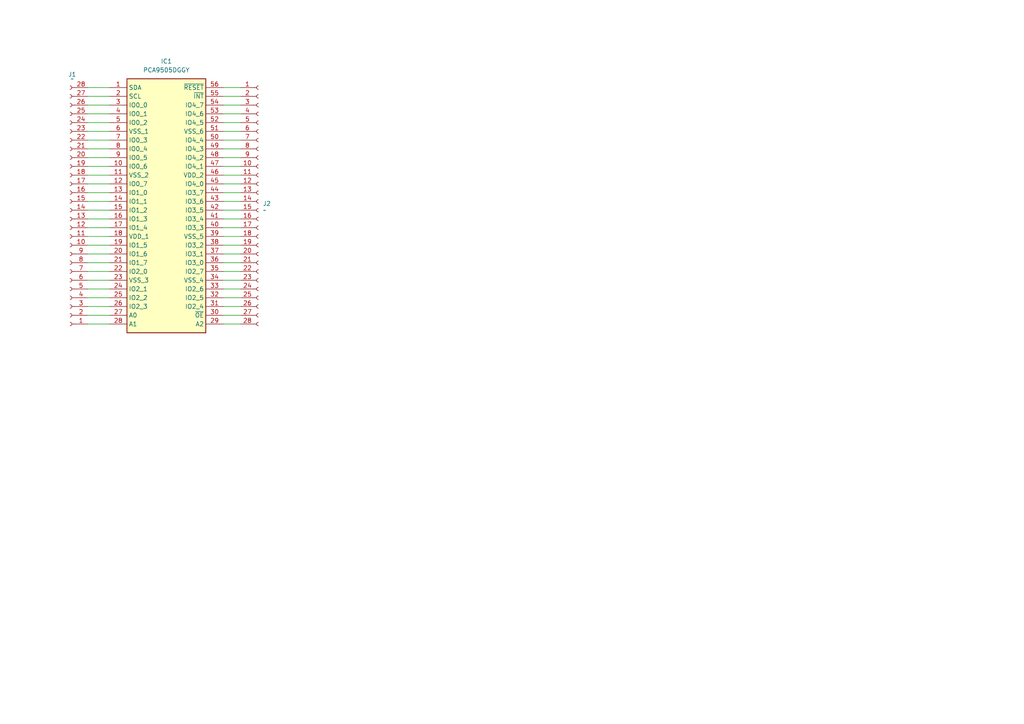
<source format=kicad_sch>
(kicad_sch (version 20231120) (generator "eeschema") (generator_version "8.0")
  (paper "A4")
  (title_block (title "PCA9505DGGY Breakout Board") (date "2024-05-09") (rev "1") (company "Polymath-Studio"))
  (lib_symbols
    (symbol "Connector:Conn_01x28_Socket" (pin_names (offset 1.016) hide)
      (property "Reference" "J" (at 0 35.56 0))
      (property "Value" "Conn_01x28_Socket" (at 0 -38.1 0))
      (symbol "Conn_01x28_Socket_1_1"
        (arc (start 0 -35.052) (mid -0.5058 -35.56) (end 0 -36.068) (stroke (width 0.1524)))
        (arc (start 0 -32.512) (mid -0.5058 -33.02) (end 0 -33.528) (stroke (width 0.1524)))
        (arc (start 0 -29.972) (mid -0.5058 -30.48) (end 0 -30.988) (stroke (width 0.1524)))
        (arc (start 0 -27.432) (mid -0.5058 -27.94) (end 0 -28.448) (stroke (width 0.1524)))
        (arc (start 0 -24.892) (mid -0.5058 -25.4) (end 0 -25.908) (stroke (width 0.1524)))
        (arc (start 0 -22.352) (mid -0.5058 -22.86) (end 0 -23.368) (stroke (width 0.1524)))
        (arc (start 0 -19.812) (mid -0.5058 -20.32) (end 0 -20.828) (stroke (width 0.1524)))
        (arc (start 0 -17.272) (mid -0.5058 -17.78) (end 0 -18.288) (stroke (width 0.1524)))
        (arc (start 0 -14.732) (mid -0.5058 -15.24) (end 0 -15.748) (stroke (width 0.1524)))
        (arc (start 0 -12.192) (mid -0.5058 -12.7) (end 0 -13.208) (stroke (width 0.1524)))
        (arc (start 0 -9.652) (mid -0.5058 -10.16) (end 0 -10.668) (stroke (width 0.1524)))
        (arc (start 0 -7.112) (mid -0.5058 -7.62) (end 0 -8.128) (stroke (width 0.1524)))
        (arc (start 0 -4.572) (mid -0.5058 -5.08) (end 0 -5.588) (stroke (width 0.1524)))
        (arc (start 0 -2.032) (mid -0.5058 -2.54) (end 0 -3.048) (stroke (width 0.1524)))
        (polyline (pts (xy -1.27 -35.56) (xy -0.508 -35.56)) (stroke (width 0.1524)))
        (polyline (pts (xy -1.27 -33.02) (xy -0.508 -33.02)) (stroke (width 0.1524)))
        (polyline (pts (xy -1.27 -30.48) (xy -0.508 -30.48)) (stroke (width 0.1524)))
        (polyline (pts (xy -1.27 -27.94) (xy -0.508 -27.94)) (stroke (width 0.1524)))
        (polyline (pts (xy -1.27 -25.4) (xy -0.508 -25.4)) (stroke (width 0.1524)))
        (polyline (pts (xy -1.27 -22.86) (xy -0.508 -22.86)) (stroke (width 0.1524)))
        (polyline (pts (xy -1.27 -20.32) (xy -0.508 -20.32)) (stroke (width 0.1524)))
        (polyline (pts (xy -1.27 -17.78) (xy -0.508 -17.78)) (stroke (width 0.1524)))
        (polyline (pts (xy -1.27 -15.24) (xy -0.508 -15.24)) (stroke (width 0.1524)))
        (polyline (pts (xy -1.27 -12.7) (xy -0.508 -12.7)) (stroke (width 0.1524)))
        (polyline (pts (xy -1.27 -10.16) (xy -0.508 -10.16)) (stroke (width 0.1524)))
        (polyline (pts (xy -1.27 -7.62) (xy -0.508 -7.62)) (stroke (width 0.1524)))
        (polyline (pts (xy -1.27 -5.08) (xy -0.508 -5.08)) (stroke (width 0.1524)))
        (polyline (pts (xy -1.27 -2.54) (xy -0.508 -2.54)) (stroke (width 0.1524)))
        (polyline (pts (xy -1.27 0) (xy -0.508 0)) (stroke (width 0.1524)))
        (polyline (pts (xy -1.27 2.54) (xy -0.508 2.54)) (stroke (width 0.1524)))
        (polyline (pts (xy -1.27 5.08) (xy -0.508 5.08)) (stroke (width 0.1524)))
        (polyline (pts (xy -1.27 7.62) (xy -0.508 7.62)) (stroke (width 0.1524)))
        (polyline (pts (xy -1.27 10.16) (xy -0.508 10.16)) (stroke (width 0.1524)))
        (polyline (pts (xy -1.27 12.7) (xy -0.508 12.7)) (stroke (width 0.1524)))
        (polyline (pts (xy -1.27 15.24) (xy -0.508 15.24)) (stroke (width 0.1524)))
        (polyline (pts (xy -1.27 17.78) (xy -0.508 17.78)) (stroke (width 0.1524)))
        (polyline (pts (xy -1.27 20.32) (xy -0.508 20.32)) (stroke (width 0.1524)))
        (polyline (pts (xy -1.27 22.86) (xy -0.508 22.86)) (stroke (width 0.1524)))
        (polyline (pts (xy -1.27 25.4) (xy -0.508 25.4)) (stroke (width 0.1524)))
        (polyline (pts (xy -1.27 27.94) (xy -0.508 27.94)) (stroke (width 0.1524)))
        (polyline (pts (xy -1.27 30.48) (xy -0.508 30.48)) (stroke (width 0.1524)))
        (polyline (pts (xy -1.27 33.02) (xy -0.508 33.02)) (stroke (width 0.1524)))
        (arc (start 0 0.508) (mid -0.5058 0) (end 0 -0.508) (stroke (width 0.1524)))
        (arc (start 0 3.048) (mid -0.5058 2.54) (end 0 2.032) (stroke (width 0.1524)))
        (arc (start 0 5.588) (mid -0.5058 5.08) (end 0 4.572) (stroke (width 0.1524)))
        (arc (start 0 8.128) (mid -0.5058 7.62) (end 0 7.112) (stroke (width 0.1524)))
        (arc (start 0 10.668) (mid -0.5058 10.16) (end 0 9.652) (stroke (width 0.1524)))
        (arc (start 0 13.208) (mid -0.5058 12.7) (end 0 12.192) (stroke (width 0.1524)))
        (arc (start 0 15.748) (mid -0.5058 15.24) (end 0 14.732) (stroke (width 0.1524)))
        (arc (start 0 18.288) (mid -0.5058 17.78) (end 0 17.272) (stroke (width 0.1524)))
        (arc (start 0 20.828) (mid -0.5058 20.32) (end 0 19.812) (stroke (width 0.1524)))
        (arc (start 0 23.368) (mid -0.5058 22.86) (end 0 22.352) (stroke (width 0.1524)))
        (arc (start 0 25.908) (mid -0.5058 25.4) (end 0 24.892) (stroke (width 0.1524)))
        (arc (start 0 28.448) (mid -0.5058 27.94) (end 0 27.432) (stroke (width 0.1524)))
        (arc (start 0 30.988) (mid -0.5058 30.48) (end 0 29.972) (stroke (width 0.1524)))
        (arc (start 0 33.528) (mid -0.5058 33.02) (end 0 32.512) (stroke (width 0.1524)))
        (pin passive line (at -5.08 33.02 0) (length 3.81) (name "Pin_1") (number "1"))
        (pin passive line (at -5.08 10.16 0) (length 3.81) (name "Pin_10") (number "10"))
        (pin passive line (at -5.08 7.62 0) (length 3.81) (name "Pin_11") (number "11"))
        (pin passive line (at -5.08 5.08 0) (length 3.81) (name "Pin_12") (number "12"))
        (pin passive line (at -5.08 2.54 0) (length 3.81) (name "Pin_13") (number "13"))
        (pin passive line (at -5.08 0 0) (length 3.81) (name "Pin_14") (number "14"))
        (pin passive line (at -5.08 -2.54 0) (length 3.81) (name "Pin_15") (number "15"))
        (pin passive line (at -5.08 -5.08 0) (length 3.81) (name "Pin_16") (number "16"))
        (pin passive line (at -5.08 -7.62 0) (length 3.81) (name "Pin_17") (number "17"))
        (pin passive line (at -5.08 -10.16 0) (length 3.81) (name "Pin_18") (number "18"))
        (pin passive line (at -5.08 -12.7 0) (length 3.81) (name "Pin_19") (number "19"))
        (pin passive line (at -5.08 30.48 0) (length 3.81) (name "Pin_2") (number "2"))
        (pin passive line (at -5.08 -15.24 0) (length 3.81) (name "Pin_20") (number "20"))
        (pin passive line (at -5.08 -17.78 0) (length 3.81) (name "Pin_21") (number "21"))
        (pin passive line (at -5.08 -20.32 0) (length 3.81) (name "Pin_22") (number "22"))
        (pin passive line (at -5.08 -22.86 0) (length 3.81) (name "Pin_23") (number "23"))
        (pin passive line (at -5.08 -25.4 0) (length 3.81) (name "Pin_24") (number "24"))
        (pin passive line (at -5.08 -27.94 0) (length 3.81) (name "Pin_25") (number "25"))
        (pin passive line (at -5.08 -30.48 0) (length 3.81) (name "Pin_26") (number "26"))
        (pin passive line (at -5.08 -33.02 0) (length 3.81) (name "Pin_27") (number "27"))
        (pin passive line (at -5.08 -35.56 0) (length 3.81) (name "Pin_28") (number "28"))
        (pin passive line (at -5.08 27.94 0) (length 3.81) (name "Pin_3") (number "3"))
        (pin passive line (at -5.08 25.4 0) (length 3.81) (name "Pin_4") (number "4"))
        (pin passive line (at -5.08 22.86 0) (length 3.81) (name "Pin_5") (number "5"))
        (pin passive line (at -5.08 20.32 0) (length 3.81) (name "Pin_6") (number "6"))
        (pin passive line (at -5.08 17.78 0) (length 3.81) (name "Pin_7") (number "7"))
        (pin passive line (at -5.08 15.24 0) (length 3.81) (name "Pin_8") (number "8"))
        (pin passive line (at -5.08 12.7 0) (length 3.81) (name "Pin_9") (number "9"))
      )
    )
    (symbol "PCA9505DGGY:PCA9505DGGY"
      (property "Reference" "IC" (at 29.21 7.62 0))
      (property "Value" "PCA9505DGGY" (at 29.21 5.08 0))
      (symbol "PCA9505DGGY_1_1"
        (rectangle (start 5.08 2.54) (end 27.94 -71.12) (stroke (width 0.254)) (fill (type background)))
        (pin passive line (at 0 0 0) (length 5.08) (name "SDA") (number "1"))
        (pin passive line (at 0 -22.86 0) (length 5.08) (name "IO0_6") (number "10"))
        (pin passive line (at 0 -25.4 0) (length 5.08) (name "VSS_2") (number "11"))
        (pin passive line (at 0 -27.94 0) (length 5.08) (name "IO0_7") (number "12"))
        (pin passive line (at 0 -30.48 0) (length 5.08) (name "IO1_0") (number "13"))
        (pin passive line (at 0 -33.02 0) (length 5.08) (name "IO1_1") (number "14"))
        (pin passive line (at 0 -35.56 0) (length 5.08) (name "IO1_2") (number "15"))
        (pin passive line (at 0 -38.1 0) (length 5.08) (name "IO1_3") (number "16"))
        (pin passive line (at 0 -40.64 0) (length 5.08) (name "IO1_4") (number "17"))
        (pin passive line (at 0 -43.18 0) (length 5.08) (name "VDD_1") (number "18"))
        (pin passive line (at 0 -45.72 0) (length 5.08) (name "IO1_5") (number "19"))
        (pin passive line (at 0 -2.54 0) (length 5.08) (name "SCL") (number "2"))
        (pin passive line (at 0 -48.26 0) (length 5.08) (name "IO1_6") (number "20"))
        (pin passive line (at 0 -50.8 0) (length 5.08) (name "IO1_7") (number "21"))
        (pin passive line (at 0 -53.34 0) (length 5.08) (name "IO2_0") (number "22"))
        (pin passive line (at 0 -55.88 0) (length 5.08) (name "VSS_3") (number "23"))
        (pin passive line (at 0 -58.42 0) (length 5.08) (name "IO2_1") (number "24"))
        (pin passive line (at 0 -60.96 0) (length 5.08) (name "IO2_2") (number "25"))
        (pin passive line (at 0 -63.5 0) (length 5.08) (name "IO2_3") (number "26"))
        (pin passive line (at 0 -66.04 0) (length 5.08) (name "A0") (number "27"))
        (pin passive line (at 0 -68.58 0) (length 5.08) (name "A1") (number "28"))
        (pin passive line (at 33.02 -68.58 180) (length 5.08) (name "A2") (number "29"))
        (pin passive line (at 0 -5.08 0) (length 5.08) (name "IO0_0") (number "3"))
        (pin passive line (at 33.02 -66.04 180) (length 5.08) (name "~{OE}") (number "30"))
        (pin passive line (at 33.02 -63.5 180) (length 5.08) (name "IO2_4") (number "31"))
        (pin passive line (at 33.02 -60.96 180) (length 5.08) (name "IO2_5") (number "32"))
        (pin passive line (at 33.02 -58.42 180) (length 5.08) (name "IO2_6") (number "33"))
        (pin passive line (at 33.02 -55.88 180) (length 5.08) (name "VSS_4") (number "34"))
        (pin passive line (at 33.02 -53.34 180) (length 5.08) (name "IO2_7") (number "35"))
        (pin passive line (at 33.02 -50.8 180) (length 5.08) (name "IO3_0") (number "36"))
        (pin passive line (at 33.02 -48.26 180) (length 5.08) (name "IO3_1") (number "37"))
        (pin passive line (at 33.02 -45.72 180) (length 5.08) (name "IO3_2") (number "38"))
        (pin passive line (at 33.02 -43.18 180) (length 5.08) (name "VSS_5") (number "39"))
        (pin passive line (at 0 -7.62 0) (length 5.08) (name "IO0_1") (number "4"))
        (pin passive line (at 33.02 -40.64 180) (length 5.08) (name "IO3_3") (number "40"))
        (pin passive line (at 33.02 -38.1 180) (length 5.08) (name "IO3_4") (number "41"))
        (pin passive line (at 33.02 -35.56 180) (length 5.08) (name "IO3_5") (number "42"))
        (pin passive line (at 33.02 -33.02 180) (length 5.08) (name "IO3_6") (number "43"))
        (pin passive line (at 33.02 -30.48 180) (length 5.08) (name "IO3_7") (number "44"))
        (pin passive line (at 33.02 -27.94 180) (length 5.08) (name "IO4_0") (number "45"))
        (pin passive line (at 33.02 -25.4 180) (length 5.08) (name "VDD_2") (number "46"))
        (pin passive line (at 33.02 -22.86 180) (length 5.08) (name "IO4_1") (number "47"))
        (pin passive line (at 33.02 -20.32 180) (length 5.08) (name "IO4_2") (number "48"))
        (pin passive line (at 33.02 -17.78 180) (length 5.08) (name "IO4_3") (number "49"))
        (pin passive line (at 0 -10.16 0) (length 5.08) (name "IO0_2") (number "5"))
        (pin passive line (at 33.02 -15.24 180) (length 5.08) (name "IO4_4") (number "50"))
        (pin passive line (at 33.02 -12.7 180) (length 5.08) (name "VSS_6") (number "51"))
        (pin passive line (at 33.02 -10.16 180) (length 5.08) (name "IO4_5") (number "52"))
        (pin passive line (at 33.02 -7.62 180) (length 5.08) (name "IO4_6") (number "53"))
        (pin passive line (at 33.02 -5.08 180) (length 5.08) (name "IO4_7") (number "54"))
        (pin passive line (at 33.02 -2.54 180) (length 5.08) (name "~{INT}") (number "55"))
        (pin passive line (at 33.02 0 180) (length 5.08) (name "~{RESET}") (number "56"))
        (pin passive line (at 0 -12.7 0) (length 5.08) (name "VSS_1") (number "6"))
        (pin passive line (at 0 -15.24 0) (length 5.08) (name "IO0_3") (number "7"))
        (pin passive line (at 0 -17.78 0) (length 5.08) (name "IO0_4") (number "8"))
        (pin passive line (at 0 -20.32 0) (length 5.08) (name "IO0_5") (number "9"))
      )
    )
  )
  (wire (pts (xy 64.77 33.02) (xy 69.85 33.02)))
  (wire (pts (xy 25.4 91.44) (xy 31.75 91.44)))
  (wire (pts (xy 25.4 60.96) (xy 31.75 60.96)))
  (wire (pts (xy 25.4 81.28) (xy 31.75 81.28)))
  (wire (pts (xy 64.77 48.26) (xy 69.85 48.26)))
  (wire (pts (xy 64.77 25.4) (xy 69.85 25.4)))
  (wire (pts (xy 25.4 45.72) (xy 31.75 45.72)))
  (wire (pts (xy 64.77 50.8) (xy 69.85 50.8)))
  (wire (pts (xy 64.77 76.2) (xy 69.85 76.2)))
  (wire (pts (xy 25.4 40.64) (xy 31.75 40.64)))
  (wire (pts (xy 25.4 78.74) (xy 31.75 78.74)))
  (wire (pts (xy 64.77 66.04) (xy 69.85 66.04)))
  (wire (pts (xy 64.77 58.42) (xy 69.85 58.42)))
  (wire (pts (xy 64.77 91.44) (xy 69.85 91.44)))
  (wire (pts (xy 64.77 27.94) (xy 69.85 27.94)))
  (wire (pts (xy 64.77 60.96) (xy 69.85 60.96)))
  (wire (pts (xy 64.77 63.5) (xy 69.85 63.5)))
  (wire (pts (xy 25.4 27.94) (xy 31.75 27.94)))
  (wire (pts (xy 25.4 25.4) (xy 31.75 25.4)))
  (wire (pts (xy 25.4 88.9) (xy 31.75 88.9)))
  (wire (pts (xy 25.4 55.88) (xy 31.75 55.88)))
  (wire (pts (xy 64.77 83.82) (xy 69.85 83.82)))
  (wire (pts (xy 25.4 30.48) (xy 31.75 30.48)))
  (wire (pts (xy 25.4 58.42) (xy 31.75 58.42)))
  (wire (pts (xy 25.4 76.2) (xy 31.75 76.2)))
  (wire (pts (xy 64.77 86.36) (xy 69.85 86.36)))
  (wire (pts (xy 64.77 55.88) (xy 69.85 55.88)))
  (wire (pts (xy 64.77 78.74) (xy 69.85 78.74)))
  (wire (pts (xy 25.4 38.1) (xy 31.75 38.1)))
  (wire (pts (xy 25.4 83.82) (xy 31.75 83.82)))
  (wire (pts (xy 64.77 93.98) (xy 69.85 93.98)))
  (wire (pts (xy 25.4 50.8) (xy 31.75 50.8)))
  (wire (pts (xy 25.4 73.66) (xy 31.75 73.66)))
  (wire (pts (xy 64.77 68.58) (xy 69.85 68.58)))
  (wire (pts (xy 25.4 33.02) (xy 31.75 33.02)))
  (wire (pts (xy 25.4 71.12) (xy 31.75 71.12)))
  (wire (pts (xy 64.77 45.72) (xy 69.85 45.72)))
  (wire (pts (xy 25.4 43.18) (xy 31.75 43.18)))
  (wire (pts (xy 64.77 38.1) (xy 69.85 38.1)))
  (wire (pts (xy 64.77 40.64) (xy 69.85 40.64)))
  (wire (pts (xy 64.77 35.56) (xy 69.85 35.56)))
  (wire (pts (xy 64.77 88.9) (xy 69.85 88.9)))
  (wire (pts (xy 64.77 30.48) (xy 69.85 30.48)))
  (wire (pts (xy 64.77 43.18) (xy 69.85 43.18)))
  (wire (pts (xy 25.4 86.36) (xy 31.75 86.36)))
  (wire (pts (xy 64.77 71.12) (xy 69.85 71.12)))
  (wire (pts (xy 25.4 68.58) (xy 31.75 68.58)))
  (wire (pts (xy 25.4 66.04) (xy 31.75 66.04)))
  (wire (pts (xy 64.77 81.28) (xy 69.85 81.28)))
  (wire (pts (xy 25.4 53.34) (xy 31.75 53.34)))
  (wire (pts (xy 25.4 48.26) (xy 31.75 48.26)))
  (wire (pts (xy 64.77 53.34) (xy 69.85 53.34)))
  (wire (pts (xy 64.77 73.66) (xy 69.85 73.66)))
  (wire (pts (xy 25.4 35.56) (xy 31.75 35.56)))
  (wire (pts (xy 25.4 63.5) (xy 31.75 63.5)))
  (wire (pts (xy 25.4 93.98) (xy 31.75 93.98)))
  (symbol (lib_id "PCA9505DGGY:PCA9505DGGY") (at 31.75 25.4 0) (unit 1)
    (property "Reference" "IC1" (at 48.26 17.78 0))
    (property "Value" "PCA9505DGGY" (at 48.26 20.32 0))
    (property "Footprint" "SOP50P810X120-56N" (effects (hide yes)))
    (property "Datasheet" "https://www.mouser.es/datasheet/2/302/PCA9505_9506-2539769.pdf" (effects (hide yes)))
    (property "Description" "Interface - I/O Expanders 40-bit I2C-bus I/O port with RESET, OE and INT" (effects (hide yes)))
    (property "Height" "1.2" (effects (hide yes)))
    (property "Mouser Part Number" "771-PCA9505DGGY" (effects (hide yes)))
    (property "Mouser Price/Stock" "https://www.mouser.co.uk/ProductDetail/NXP-Semiconductors/PCA9505DGGY?qs=pBJMDPsKWf1CmIK0nlAc%2FA%3D%3D" (effects (hide yes)))
    (property "Manufacturer_Name" "NXP" (effects (hide yes)))
    (property "Manufacturer_Part_Number" "PCA9505DGGY" (effects (hide yes)))
  )
  (symbol (lib_id "Connector:Conn_01x28_Socket") (at 74.93 58.42 0) (unit 1)
    (property "Reference" "J2" (at 76.2 59.0549 0) (effects (justify left)))
    (property "Value" "~" (at 76.2 60.96 0) (effects (justify left)))
    (property "Footprint" "Connector_PinHeader_2.54mm:PinHeader_1x28_P2.54mm_Vertical" (effects (hide yes)))
    (property "Description" "Generic connector, single row, 01x28, script generated" (effects (hide yes)))
  )
  (symbol (lib_id "Connector:Conn_01x28_Socket") (at 20.32 60.96 180) (unit 1)
    (property "Reference" "J1" (at 20.955 21.59 0))
    (property "Value" "~" (at 20.955 22.86 0))
    (property "Footprint" "Connector_PinHeader_2.54mm:PinHeader_1x28_P2.54mm_Vertical" (effects (hide yes)))
    (property "Description" "Generic connector, single row, 01x28, script generated" (effects (hide yes)))
  )
)
</source>
